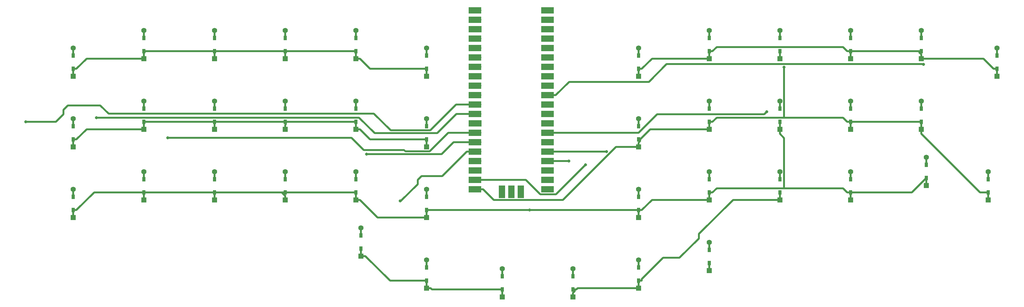
<source format=gtl>
G04 #@! TF.GenerationSoftware,KiCad,Pcbnew,8.0.4*
G04 #@! TF.CreationDate,2024-09-08T18:40:02+09:00*
G04 #@! TF.ProjectId,first_keyboard,66697273-745f-46b6-9579-626f6172642e,rev?*
G04 #@! TF.SameCoordinates,Original*
G04 #@! TF.FileFunction,Copper,L1,Top*
G04 #@! TF.FilePolarity,Positive*
%FSLAX46Y46*%
G04 Gerber Fmt 4.6, Leading zero omitted, Abs format (unit mm)*
G04 Created by KiCad (PCBNEW 8.0.4) date 2024-09-08 18:40:02*
%MOMM*%
%LPD*%
G01*
G04 APERTURE LIST*
G04 #@! TA.AperFunction,ComponentPad*
%ADD10O,1.700000X1.700000*%
G04 #@! TD*
G04 #@! TA.AperFunction,SMDPad,CuDef*
%ADD11R,3.500000X1.700000*%
G04 #@! TD*
G04 #@! TA.AperFunction,ComponentPad*
%ADD12R,1.700000X1.700000*%
G04 #@! TD*
G04 #@! TA.AperFunction,SMDPad,CuDef*
%ADD13R,1.700000X3.500000*%
G04 #@! TD*
G04 #@! TA.AperFunction,ComponentPad*
%ADD14R,1.397000X1.397000*%
G04 #@! TD*
G04 #@! TA.AperFunction,SMDPad,CuDef*
%ADD15R,0.950000X1.300000*%
G04 #@! TD*
G04 #@! TA.AperFunction,ComponentPad*
%ADD16C,1.397000*%
G04 #@! TD*
G04 #@! TA.AperFunction,ViaPad*
%ADD17C,0.800000*%
G04 #@! TD*
G04 #@! TA.AperFunction,Conductor*
%ADD18C,0.500000*%
G04 #@! TD*
G04 APERTURE END LIST*
D10*
X193516300Y-120332500D03*
D11*
X192616300Y-120332500D03*
D10*
X193516300Y-122872500D03*
D11*
X192616300Y-122872500D03*
D12*
X193516300Y-125412500D03*
D11*
X192616300Y-125412500D03*
D10*
X193516300Y-127952500D03*
D11*
X192616300Y-127952500D03*
D10*
X193516300Y-130492500D03*
D11*
X192616300Y-130492500D03*
D10*
X193516300Y-133032500D03*
D11*
X192616300Y-133032500D03*
D10*
X193516300Y-135572500D03*
D11*
X192616300Y-135572500D03*
D12*
X193516300Y-138112500D03*
D11*
X192616300Y-138112500D03*
D10*
X193516300Y-140652500D03*
D11*
X192616300Y-140652500D03*
D10*
X193516300Y-143192500D03*
D11*
X192616300Y-143192500D03*
D10*
X193516300Y-145732500D03*
D11*
X192616300Y-145732500D03*
D10*
X193516300Y-148272500D03*
D11*
X192616300Y-148272500D03*
D12*
X193516300Y-150812500D03*
D11*
X192616300Y-150812500D03*
D10*
X193516300Y-153352500D03*
D11*
X192616300Y-153352500D03*
D10*
X193516300Y-155892500D03*
D11*
X192616300Y-155892500D03*
D10*
X193516300Y-158432500D03*
D11*
X192616300Y-158432500D03*
D10*
X193516300Y-160972500D03*
D11*
X192616300Y-160972500D03*
D12*
X193516300Y-163512500D03*
D11*
X192616300Y-163512500D03*
D10*
X193516300Y-166052500D03*
D11*
X192616300Y-166052500D03*
D10*
X193516300Y-168592500D03*
D11*
X192616300Y-168592500D03*
D10*
X211296300Y-168592500D03*
D11*
X212196300Y-168592500D03*
D10*
X211296300Y-166052500D03*
D11*
X212196300Y-166052500D03*
D12*
X211296300Y-163512500D03*
D11*
X212196300Y-163512500D03*
D10*
X211296300Y-160972500D03*
D11*
X212196300Y-160972500D03*
D10*
X211296300Y-158432500D03*
D11*
X212196300Y-158432500D03*
D10*
X211296300Y-155892500D03*
D11*
X212196300Y-155892500D03*
D10*
X211296300Y-153352500D03*
D11*
X212196300Y-153352500D03*
D12*
X211296300Y-150812500D03*
D11*
X212196300Y-150812500D03*
D10*
X211296300Y-148272500D03*
D11*
X212196300Y-148272500D03*
D10*
X211296300Y-145732500D03*
D11*
X212196300Y-145732500D03*
D10*
X211296300Y-143192500D03*
D11*
X212196300Y-143192500D03*
D10*
X211296300Y-140652500D03*
D11*
X212196300Y-140652500D03*
D12*
X211296300Y-138112500D03*
D11*
X212196300Y-138112500D03*
D10*
X211296300Y-135572500D03*
D11*
X212196300Y-135572500D03*
D10*
X211296300Y-133032500D03*
D11*
X212196300Y-133032500D03*
D10*
X211296300Y-130492500D03*
D11*
X212196300Y-130492500D03*
D10*
X211296300Y-127952500D03*
D11*
X212196300Y-127952500D03*
D12*
X211296300Y-125412500D03*
D11*
X212196300Y-125412500D03*
D10*
X211296300Y-122872500D03*
D11*
X212196300Y-122872500D03*
D10*
X211296300Y-120332500D03*
D11*
X212196300Y-120332500D03*
D10*
X199866300Y-168362500D03*
D13*
X199866300Y-169262500D03*
D12*
X202406300Y-168362500D03*
D13*
X202406300Y-169262500D03*
D10*
X204946300Y-168362500D03*
D13*
X204946300Y-169262500D03*
D14*
X293846800Y-152400000D03*
D15*
X293846800Y-150365000D03*
X293846800Y-146815000D03*
D16*
X293846800Y-144780000D03*
D14*
X161925000Y-186560000D03*
D15*
X161925000Y-184525000D03*
X161925000Y-180975000D03*
D16*
X161925000Y-178940000D03*
D14*
X236696800Y-138112500D03*
D15*
X236696800Y-136077500D03*
X236696800Y-132527500D03*
D16*
X236696800Y-130492500D03*
D14*
X103346800Y-171450000D03*
D15*
X103346800Y-169415000D03*
X103346800Y-165865000D03*
D16*
X103346800Y-163830000D03*
D14*
X179546800Y-138112500D03*
D15*
X179546800Y-136077500D03*
X179546800Y-132527500D03*
D16*
X179546800Y-130492500D03*
D14*
X141446800Y-171450000D03*
D15*
X141446800Y-169415000D03*
X141446800Y-165865000D03*
D16*
X141446800Y-163830000D03*
D14*
X103346800Y-133350000D03*
D15*
X103346800Y-131315000D03*
X103346800Y-127765000D03*
D16*
X103346800Y-125730000D03*
D14*
X122396800Y-152400000D03*
D15*
X122396800Y-150365000D03*
X122396800Y-146815000D03*
D16*
X122396800Y-144780000D03*
D14*
X200025000Y-197643700D03*
D15*
X200025000Y-195608700D03*
X200025000Y-192058700D03*
D16*
X200025000Y-190023700D03*
D14*
X84296800Y-157162500D03*
D15*
X84296800Y-155127500D03*
X84296800Y-151577500D03*
D16*
X84296800Y-149542500D03*
D14*
X122396800Y-133350000D03*
D15*
X122396800Y-131315000D03*
X122396800Y-127765000D03*
D16*
X122396800Y-125730000D03*
D14*
X122396800Y-171450000D03*
D15*
X122396800Y-169415000D03*
X122396800Y-165865000D03*
D16*
X122396800Y-163830000D03*
D14*
X219075000Y-197643700D03*
D15*
X219075000Y-195608700D03*
X219075000Y-192058700D03*
D16*
X219075000Y-190023700D03*
D14*
X255746800Y-171450000D03*
D15*
X255746800Y-169415000D03*
X255746800Y-165865000D03*
D16*
X255746800Y-163830000D03*
D14*
X84296800Y-176212500D03*
D15*
X84296800Y-174177500D03*
X84296800Y-170627500D03*
D16*
X84296800Y-168592500D03*
D14*
X179546800Y-176212500D03*
D15*
X179546800Y-174177500D03*
X179546800Y-170627500D03*
D16*
X179546800Y-168592500D03*
D14*
X160496800Y-152400000D03*
D15*
X160496800Y-150365000D03*
X160496800Y-146815000D03*
D16*
X160496800Y-144780000D03*
D14*
X293846800Y-171450000D03*
D15*
X293846800Y-169415000D03*
X293846800Y-165865000D03*
D16*
X293846800Y-163830000D03*
D14*
X312896800Y-152400000D03*
D15*
X312896800Y-150365000D03*
X312896800Y-146815000D03*
D16*
X312896800Y-144780000D03*
D14*
X141446800Y-152400000D03*
D15*
X141446800Y-150365000D03*
X141446800Y-146815000D03*
D16*
X141446800Y-144780000D03*
D14*
X255746800Y-152400000D03*
D15*
X255746800Y-150365000D03*
X255746800Y-146815000D03*
D16*
X255746800Y-144780000D03*
D14*
X255746800Y-133350000D03*
D15*
X255746800Y-131315000D03*
X255746800Y-127765000D03*
D16*
X255746800Y-125730000D03*
D14*
X179546800Y-195262500D03*
D15*
X179546800Y-193227500D03*
X179546800Y-189677500D03*
D16*
X179546800Y-187642500D03*
D14*
X274796800Y-152400000D03*
D15*
X274796800Y-150365000D03*
X274796800Y-146815000D03*
D16*
X274796800Y-144780000D03*
D14*
X312896800Y-133350000D03*
D15*
X312896800Y-131315000D03*
X312896800Y-127765000D03*
D16*
X312896800Y-125730000D03*
D14*
X141446800Y-133350000D03*
D15*
X141446800Y-131315000D03*
X141446800Y-127765000D03*
D16*
X141446800Y-125730000D03*
D14*
X333375000Y-138112500D03*
D15*
X333375000Y-136077500D03*
X333375000Y-132527500D03*
D16*
X333375000Y-130492500D03*
D14*
X314325000Y-167510000D03*
D15*
X314325000Y-165475000D03*
X314325000Y-161925000D03*
D16*
X314325000Y-159890000D03*
D14*
X179546800Y-157162500D03*
D15*
X179546800Y-155127500D03*
X179546800Y-151577500D03*
D16*
X179546800Y-149542500D03*
D14*
X103346800Y-152400000D03*
D15*
X103346800Y-150365000D03*
X103346800Y-146815000D03*
D16*
X103346800Y-144780000D03*
D14*
X274796800Y-133350000D03*
D15*
X274796800Y-131315000D03*
X274796800Y-127765000D03*
D16*
X274796800Y-125730000D03*
D14*
X293846800Y-133350000D03*
D15*
X293846800Y-131315000D03*
X293846800Y-127765000D03*
D16*
X293846800Y-125730000D03*
D14*
X84296800Y-138112500D03*
D15*
X84296800Y-136077500D03*
X84296800Y-132527500D03*
D16*
X84296800Y-130492500D03*
D14*
X274796800Y-171450000D03*
D15*
X274796800Y-169415000D03*
X274796800Y-165865000D03*
D16*
X274796800Y-163830000D03*
D14*
X236696800Y-176212500D03*
D15*
X236696800Y-174177500D03*
X236696800Y-170627500D03*
D16*
X236696800Y-168592500D03*
D14*
X236696800Y-195262500D03*
D15*
X236696800Y-193227500D03*
X236696800Y-189677500D03*
D16*
X236696800Y-187642500D03*
D14*
X236696800Y-157162500D03*
D15*
X236696800Y-155127500D03*
X236696800Y-151577500D03*
D16*
X236696800Y-149542500D03*
D14*
X160496800Y-133350000D03*
D15*
X160496800Y-131315000D03*
X160496800Y-127765000D03*
D16*
X160496800Y-125730000D03*
D14*
X330993800Y-171450000D03*
D15*
X330993800Y-169415000D03*
X330993800Y-165865000D03*
D16*
X330993800Y-163830000D03*
D14*
X160496800Y-171450000D03*
D15*
X160496800Y-169415000D03*
X160496800Y-165865000D03*
D16*
X160496800Y-163830000D03*
D14*
X255746800Y-190500000D03*
D15*
X255746800Y-188465000D03*
X255746800Y-184915000D03*
D16*
X255746800Y-182880000D03*
D17*
X222428800Y-161968500D03*
X275956300Y-135647100D03*
X207331900Y-174177500D03*
X71581300Y-150339400D03*
X90631300Y-149263100D03*
X109832800Y-154639400D03*
X163384600Y-159115700D03*
X172445200Y-171710200D03*
X217909300Y-160972500D03*
X228126200Y-158432500D03*
X271257800Y-147693200D03*
X313505800Y-134830000D03*
D18*
X84296800Y-130492500D02*
X84296800Y-132527500D01*
X122396800Y-131315000D02*
X122396800Y-132199600D01*
X161647200Y-133350000D02*
X164374700Y-136077500D01*
X160496800Y-133350000D02*
X161647200Y-133350000D01*
X160496800Y-131315000D02*
X160496800Y-133350000D01*
X291818000Y-130213100D02*
X257775600Y-130213100D01*
X84296800Y-136077500D02*
X85223700Y-136077500D01*
X141910300Y-131315000D02*
X141446800Y-131778500D01*
X122396800Y-133350000D02*
X122396800Y-132199600D01*
X160496800Y-131315000D02*
X142373700Y-131315000D01*
X293846800Y-131315000D02*
X292919900Y-131315000D01*
X222428800Y-161968500D02*
X214463500Y-169933800D01*
X141446800Y-131778500D02*
X141446800Y-133350000D01*
X256210300Y-131315000D02*
X256673700Y-131315000D01*
X103346800Y-131778500D02*
X103346800Y-133350000D01*
X141446800Y-131315000D02*
X122396800Y-131315000D01*
X333375000Y-136077500D02*
X333375000Y-138112500D01*
X312433400Y-131736200D02*
X312896800Y-132199600D01*
X312896800Y-133350000D02*
X312896800Y-132199600D01*
X122396800Y-131315000D02*
X104273700Y-131315000D01*
X141910300Y-131315000D02*
X142373700Y-131315000D01*
X255746800Y-188465000D02*
X255746800Y-190500000D01*
X255746800Y-131315000D02*
X256210300Y-131315000D01*
X141446800Y-131315000D02*
X141910300Y-131315000D01*
X85223700Y-136077500D02*
X87951200Y-133350000D01*
X312433400Y-131315000D02*
X312433400Y-131736200D01*
X256210300Y-131315000D02*
X255746800Y-131778500D01*
X87951200Y-133350000D02*
X103346800Y-133350000D01*
X179546800Y-138112500D02*
X179546800Y-136077500D01*
X257775600Y-130213100D02*
X256673700Y-131315000D01*
X240351200Y-133350000D02*
X237623700Y-136077500D01*
X329720600Y-133350000D02*
X332448100Y-136077500D01*
X312433400Y-131315000D02*
X311969900Y-131315000D01*
X236696800Y-138112500D02*
X236696800Y-136077500D01*
X164374700Y-136077500D02*
X179546800Y-136077500D01*
X84296800Y-136077500D02*
X84296800Y-138112500D01*
X312896800Y-133350000D02*
X329720600Y-133350000D01*
X293846800Y-131315000D02*
X293846800Y-133350000D01*
X210262000Y-169933800D02*
X206380700Y-166052500D01*
X103810300Y-131315000D02*
X104273700Y-131315000D01*
X206380700Y-166052500D02*
X193516300Y-166052500D01*
X255746800Y-133350000D02*
X240351200Y-133350000D01*
X214463500Y-169933800D02*
X210262000Y-169933800D01*
X103346800Y-131315000D02*
X103810300Y-131315000D01*
X236696800Y-136077500D02*
X237623700Y-136077500D01*
X103810300Y-131315000D02*
X103346800Y-131778500D01*
X293846800Y-131315000D02*
X311969900Y-131315000D01*
X255746800Y-131778500D02*
X255746800Y-133350000D01*
X312896800Y-131315000D02*
X312433400Y-131315000D01*
X333375000Y-136077500D02*
X332448100Y-136077500D01*
X292919900Y-131315000D02*
X291818000Y-130213100D01*
X84296800Y-149542500D02*
X84296800Y-151577500D01*
X164374700Y-155127500D02*
X161647200Y-152400000D01*
X294310300Y-150365000D02*
X293846800Y-150828500D01*
X237160300Y-155127500D02*
X237160300Y-155548600D01*
X312896800Y-152400000D02*
X312896800Y-153550400D01*
X275956300Y-135647100D02*
X275956300Y-149263100D01*
X255746800Y-150365000D02*
X256673700Y-150365000D01*
X293846800Y-150828500D02*
X293846800Y-152400000D01*
X179546800Y-155127500D02*
X178619900Y-155127500D01*
X256673700Y-150365000D02*
X257775600Y-149263100D01*
X237160300Y-155127500D02*
X239887800Y-152400000D01*
X293846800Y-150365000D02*
X292919900Y-150365000D01*
X216339800Y-171476200D02*
X230653500Y-157162500D01*
X255746800Y-150365000D02*
X255746800Y-152400000D01*
X141678600Y-150596700D02*
X141678500Y-150596700D01*
X141910300Y-150365000D02*
X141678600Y-150596700D01*
X122396800Y-150365000D02*
X122396800Y-151249600D01*
X274796800Y-131315000D02*
X274796800Y-133350000D01*
X230653500Y-157162500D02*
X236696800Y-157162500D01*
X141678500Y-150596700D02*
X141446800Y-150365000D01*
X141678500Y-150596700D02*
X141678500Y-151017900D01*
X312896800Y-150365000D02*
X312896800Y-152400000D01*
X160496800Y-150365000D02*
X142373700Y-150365000D01*
X257775600Y-149263100D02*
X275956300Y-149263100D01*
X330993800Y-169415000D02*
X328761400Y-169415000D01*
X312896800Y-150365000D02*
X294773700Y-150365000D01*
X330993800Y-169415000D02*
X330993800Y-171450000D01*
X178619900Y-155127500D02*
X164374700Y-155127500D01*
X84296800Y-155127500D02*
X85223700Y-155127500D01*
X87951200Y-152400000D02*
X103346800Y-152400000D01*
X84296800Y-155127500D02*
X84296800Y-157162500D01*
X236696800Y-157162500D02*
X236696800Y-156012100D01*
X103346800Y-152400000D02*
X103346800Y-151249600D01*
X197701900Y-171476200D02*
X216339800Y-171476200D01*
X293846800Y-150365000D02*
X294310300Y-150365000D01*
X275956300Y-149263100D02*
X291818000Y-149263100D01*
X291818000Y-149263100D02*
X292919900Y-150365000D01*
X193516300Y-168592500D02*
X194818200Y-168592500D01*
X160496800Y-152400000D02*
X161647200Y-152400000D01*
X194818200Y-168592500D02*
X197701900Y-171476200D01*
X141446800Y-150365000D02*
X122396800Y-150365000D01*
X121469900Y-150365000D02*
X103346800Y-150365000D01*
X255746800Y-152400000D02*
X254596400Y-152400000D01*
X237160300Y-155548600D02*
X236696800Y-156012100D01*
X141678500Y-151017900D02*
X141446800Y-151249600D01*
X179546800Y-155127500D02*
X179546800Y-157162500D01*
X141910300Y-150365000D02*
X142373700Y-150365000D01*
X122396800Y-150365000D02*
X121469900Y-150365000D01*
X236696800Y-155127500D02*
X237160300Y-155127500D01*
X294310300Y-150365000D02*
X294773700Y-150365000D01*
X328761400Y-169415000D02*
X312896800Y-153550400D01*
X85223700Y-155127500D02*
X87951200Y-152400000D01*
X122396800Y-152400000D02*
X122396800Y-151249600D01*
X103346800Y-150365000D02*
X103346800Y-151249600D01*
X160496800Y-150365000D02*
X160496800Y-152400000D01*
X239887800Y-152400000D02*
X254596400Y-152400000D01*
X141446800Y-152400000D02*
X141446800Y-151249600D01*
X84296800Y-168592500D02*
X84296800Y-170627500D01*
X274796800Y-152400000D02*
X274796800Y-153550400D01*
X275970300Y-168313100D02*
X257775600Y-168313100D01*
X207331900Y-174177500D02*
X236696800Y-174177500D01*
X89986200Y-169415000D02*
X103346800Y-169415000D01*
X84296800Y-174177500D02*
X84296800Y-176212500D01*
X293846800Y-171450000D02*
X293846800Y-170299600D01*
X160496800Y-171450000D02*
X161647200Y-171450000D01*
X255746800Y-169878500D02*
X255746800Y-171450000D01*
X122396800Y-169415000D02*
X103346800Y-169415000D01*
X141446800Y-169415000D02*
X142373700Y-169415000D01*
X141446800Y-169415000D02*
X140519900Y-169415000D01*
X257775600Y-168313100D02*
X256673700Y-169415000D01*
X103346800Y-171450000D02*
X103346800Y-170299600D01*
X310385000Y-169415000D02*
X293846800Y-169415000D01*
X160496800Y-169415000D02*
X160496800Y-171450000D01*
X84296800Y-174177500D02*
X85223700Y-174177500D01*
X140519900Y-169415000D02*
X122396800Y-169415000D01*
X179546800Y-174177500D02*
X207331900Y-174177500D01*
X85223700Y-174177500D02*
X89986200Y-169415000D01*
X103346800Y-169415000D02*
X103346800Y-170299600D01*
X293846800Y-169415000D02*
X292919900Y-169415000D01*
X141446800Y-171450000D02*
X141446800Y-170299600D01*
X255746800Y-169415000D02*
X256210300Y-169415000D01*
X240351200Y-171450000D02*
X255746800Y-171450000D01*
X292919900Y-169415000D02*
X291818000Y-168313100D01*
X166409700Y-176212500D02*
X179546800Y-176212500D01*
X256210300Y-169415000D02*
X255746800Y-169878500D01*
X275970300Y-154723900D02*
X274796800Y-153550400D01*
X160496800Y-169415000D02*
X142373700Y-169415000D01*
X236696800Y-174177500D02*
X237623700Y-174177500D01*
X274796800Y-150365000D02*
X274796800Y-152400000D01*
X179546800Y-176212500D02*
X179546800Y-174177500D01*
X256210300Y-169415000D02*
X256673700Y-169415000D01*
X275970300Y-168313100D02*
X275970300Y-154723900D01*
X141404500Y-170299600D02*
X141446800Y-170299600D01*
X314325000Y-165475000D02*
X314325000Y-167510000D01*
X236696800Y-174177500D02*
X236696800Y-176212500D01*
X293846800Y-169415000D02*
X293846800Y-170299600D01*
X237623700Y-174177500D02*
X240351200Y-171450000D01*
X314325000Y-165475000D02*
X310385000Y-169415000D01*
X140519900Y-169415000D02*
X141404500Y-170299600D01*
X161647200Y-171450000D02*
X166409700Y-176212500D01*
X291818000Y-168313100D02*
X275970300Y-168313100D01*
X122396800Y-169415000D02*
X122396800Y-171450000D01*
X103346800Y-125730000D02*
X103346800Y-127765000D01*
X220348100Y-195262500D02*
X220001900Y-195608700D01*
X219538500Y-195608700D02*
X220001900Y-195608700D01*
X219075000Y-197643700D02*
X219075000Y-196493300D01*
X243325300Y-187062400D02*
X237623700Y-192764000D01*
X179546800Y-195262500D02*
X180697200Y-195262500D01*
X253023200Y-180615700D02*
X253023200Y-181816200D01*
X219538500Y-195608700D02*
X219538500Y-196029800D01*
X219538500Y-196029800D02*
X219075000Y-196493300D01*
X236696800Y-195262500D02*
X220348100Y-195262500D01*
X262188900Y-171450000D02*
X253023200Y-180615700D01*
X236696800Y-193227500D02*
X237623700Y-193227500D01*
X274796800Y-171450000D02*
X262188900Y-171450000D01*
X219306800Y-195608700D02*
X219075000Y-195608700D01*
X161925000Y-186560000D02*
X163075400Y-186560000D01*
X181043400Y-195608700D02*
X180697200Y-195262500D01*
X236696800Y-193227500D02*
X236696800Y-195262500D01*
X169742900Y-193227500D02*
X163075400Y-186560000D01*
X247777000Y-187062400D02*
X243325300Y-187062400D01*
X161925000Y-184525000D02*
X161925000Y-186560000D01*
X179546800Y-193227500D02*
X179546800Y-195262500D01*
X179546800Y-193227500D02*
X169742900Y-193227500D01*
X253023200Y-181816200D02*
X247777000Y-187062400D01*
X200025000Y-195608700D02*
X200025000Y-196493300D01*
X200025000Y-195608700D02*
X181043400Y-195608700D01*
X274796800Y-169415000D02*
X274796800Y-171450000D01*
X237623700Y-192764000D02*
X237623700Y-193227500D01*
X200025000Y-197643700D02*
X200025000Y-196493300D01*
X219306800Y-195608700D02*
X219538500Y-195608700D01*
X103346800Y-144780000D02*
X103346800Y-146815000D01*
X103346800Y-163830000D02*
X103346800Y-165865000D01*
X122396800Y-125730000D02*
X122396800Y-127765000D01*
X122396800Y-144780000D02*
X122396800Y-146815000D01*
X122396800Y-163830000D02*
X122396800Y-165865000D01*
X141446800Y-125730000D02*
X141446800Y-127765000D01*
X141446800Y-144780000D02*
X141446800Y-146815000D01*
X141446800Y-163830000D02*
X141446800Y-165865000D01*
X161925000Y-180975000D02*
X161925000Y-178940000D01*
X160496800Y-125730000D02*
X160496800Y-127765000D01*
X160496800Y-144780000D02*
X160496800Y-146815000D01*
X160496800Y-163830000D02*
X160496800Y-165865000D01*
X179546800Y-187642500D02*
X179546800Y-189677500D01*
X179546800Y-130492500D02*
X179546800Y-132527500D01*
X179546800Y-149542500D02*
X179546800Y-151577500D01*
X179546800Y-170627500D02*
X179546800Y-168592500D01*
X200025000Y-190023700D02*
X200025000Y-192058700D01*
X236696800Y-130492500D02*
X236696800Y-132527500D01*
X236696800Y-149542500D02*
X236696800Y-151577500D01*
X236696800Y-168592500D02*
X236696800Y-170627500D01*
X219075000Y-190023700D02*
X219075000Y-192058700D01*
X255746800Y-125730000D02*
X255746800Y-127765000D01*
X255746800Y-144780000D02*
X255746800Y-146815000D01*
X255746800Y-163830000D02*
X255746800Y-165865000D01*
X236696800Y-187642500D02*
X236696800Y-189677500D01*
X255746800Y-182880000D02*
X255746800Y-184915000D01*
X274796800Y-125730000D02*
X274796800Y-127765000D01*
X274796800Y-144780000D02*
X274796800Y-146815000D01*
X274796800Y-163830000D02*
X274796800Y-165865000D01*
X293846800Y-125730000D02*
X293846800Y-127765000D01*
X293846800Y-144780000D02*
X293846800Y-146815000D01*
X293846800Y-163830000D02*
X293846800Y-165865000D01*
X312896800Y-125730000D02*
X312896800Y-127765000D01*
X312896800Y-144780000D02*
X312896800Y-146815000D01*
X314325000Y-159890000D02*
X314325000Y-161925000D01*
X81728000Y-148311900D02*
X79700500Y-150339400D01*
X169892400Y-152679400D02*
X165357600Y-148144600D01*
X79700500Y-150339400D02*
X71581300Y-150339400D01*
X91652400Y-145922900D02*
X82922400Y-145922900D01*
X93874100Y-148144600D02*
X91652400Y-145922900D01*
X180600300Y-152679400D02*
X169892400Y-152679400D01*
X82922400Y-145922900D02*
X81728000Y-147117300D01*
X193516300Y-145732500D02*
X187547200Y-145732500D01*
X187547200Y-145732500D02*
X180600300Y-152679400D01*
X165357600Y-148144600D02*
X93874100Y-148144600D01*
X81728000Y-147117300D02*
X81728000Y-148311900D01*
X165575500Y-153417900D02*
X161420700Y-149263100D01*
X193516300Y-148272500D02*
X187590400Y-148272500D01*
X161420700Y-149263100D02*
X90631300Y-149263100D01*
X187590400Y-148272500D02*
X182445000Y-153417900D01*
X182445000Y-153417900D02*
X165575500Y-153417900D01*
X185392900Y-153352500D02*
X180427100Y-158318300D01*
X193516300Y-153352500D02*
X185392900Y-153352500D01*
X159342700Y-154639400D02*
X109832800Y-154639400D01*
X173878500Y-158318300D02*
X173511300Y-157951100D01*
X180427100Y-158318300D02*
X173878500Y-158318300D01*
X162654400Y-157951100D02*
X159342700Y-154639400D01*
X173511300Y-157951100D02*
X162654400Y-157951100D01*
X183629000Y-159115700D02*
X163384600Y-159115700D01*
X186852200Y-155892500D02*
X183629000Y-159115700D01*
X193516300Y-155892500D02*
X186852200Y-155892500D01*
X172681700Y-171710200D02*
X172445200Y-171710200D01*
X190414400Y-158432500D02*
X183861300Y-164985600D01*
X177209400Y-165982600D02*
X177209400Y-167182500D01*
X183861300Y-164985600D02*
X178206400Y-164985600D01*
X177209400Y-167182500D02*
X172681700Y-171710200D01*
X178206400Y-164985600D02*
X177209400Y-165982600D01*
X193516300Y-158432500D02*
X190414400Y-158432500D01*
X211296300Y-160972500D02*
X217909300Y-160972500D01*
X211296300Y-158432500D02*
X228126200Y-158432500D01*
X236735300Y-153352500D02*
X241745500Y-148342300D01*
X241745500Y-148342300D02*
X270608700Y-148342300D01*
X270608700Y-148342300D02*
X271257800Y-147693200D01*
X211296300Y-153352500D02*
X236735300Y-153352500D01*
X244285400Y-134789300D02*
X239489900Y-139584800D01*
X211296300Y-143192500D02*
X214398200Y-143192500D01*
X313465100Y-134789300D02*
X244285400Y-134789300D01*
X239489900Y-139584800D02*
X218005900Y-139584800D01*
X218005900Y-139584800D02*
X214398200Y-143192500D01*
X313505800Y-134830000D02*
X313465100Y-134789300D01*
X333375000Y-130492500D02*
X333375000Y-132527500D01*
X330993800Y-163830000D02*
X330993800Y-165865000D01*
M02*

</source>
